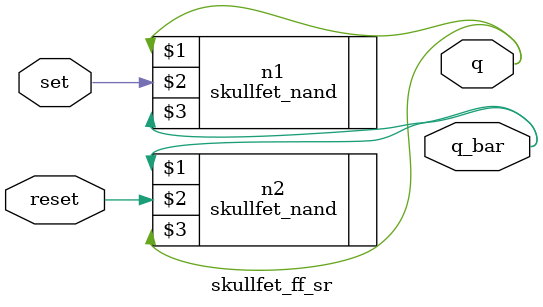
<source format=v>
module skullfet_ff_sr(
  input wire set,
  input wire reset,
  output wire q,
  output wire q_bar
);

    skullfet_nand n1(q, set, q_bar);
    skullfet_nand n2(q_bar, reset, q);
    
endmodule
</source>
